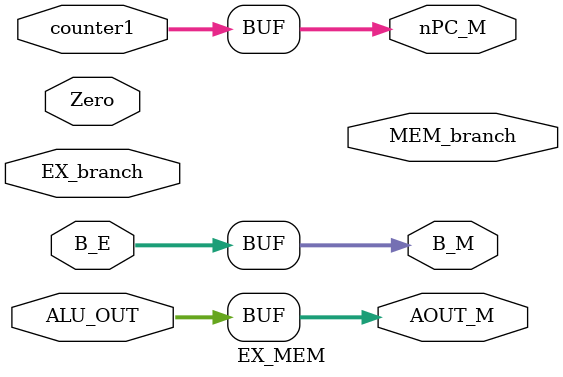
<source format=v>
module EX_MEM (counter1, Zero, ALU_OUT, B_E, EX_branch, nPC_M, AOUT_M, B_M, MEM_branch);

    input [31:0] counter1;
    input Zero;
    input [31:0] ALU_OUT;
    input [31:0] B_E;
    input EX_branch;

    output reg [31:0] nPC_M;
    output reg [31:0] AOUT_M;
    output reg [31:0] B_M;
    output reg MEM_branch;

    always @(*) begin
        nPC_M <= counter1;
        AOUT_M <= ALU_OUT;
        B_M <= B_E;
    end


endmodule
</source>
